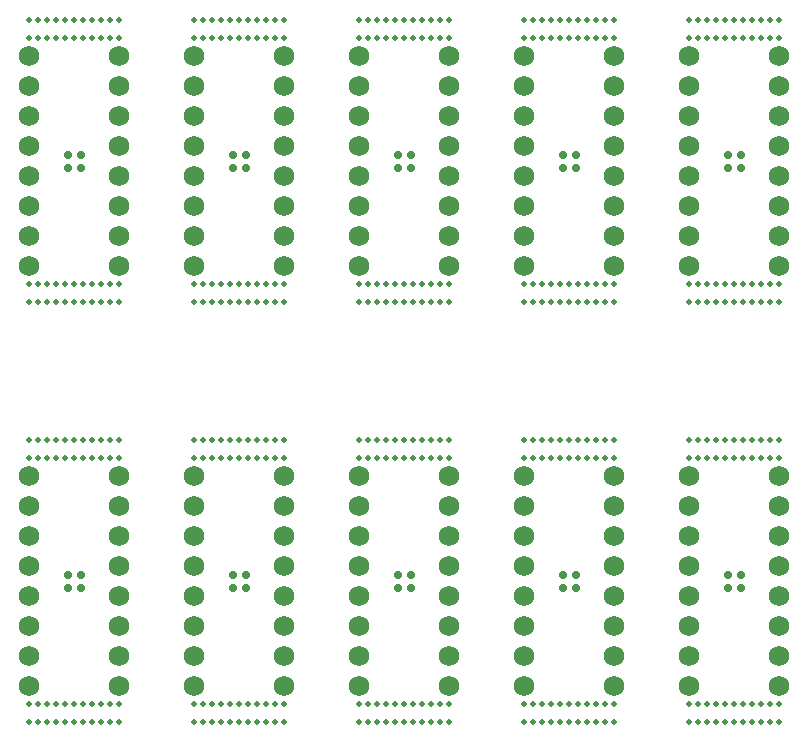
<source format=gbr>
%TF.GenerationSoftware,Altium Limited,Altium Designer,21.6.4 (81)*%
G04 Layer_Color=16711935*
%FSLAX26Y26*%
%MOIN*%
%TF.SameCoordinates,5FA90F47-3B47-4036-B415-51D33840892C*%
%TF.FilePolarity,Negative*%
%TF.FileFunction,Soldermask,Bot*%
%TF.Part,CustomerPanel*%
G01*
G75*
%TA.AperFunction,ViaPad*%
%ADD14C,0.019685*%
%ADD17C,0.068000*%
%ADD18C,0.027685*%
D14*
X1200000Y1055000D02*
D03*
X1230000D02*
D03*
X1260000D02*
D03*
X1290000D02*
D03*
X1320000D02*
D03*
X1350000D02*
D03*
X1380000D02*
D03*
X1410000D02*
D03*
X1440000D02*
D03*
X1470000D02*
D03*
X1500000D02*
D03*
Y1115000D02*
D03*
X1470000D02*
D03*
X1440000D02*
D03*
X1410000D02*
D03*
X1380000D02*
D03*
X1350000D02*
D03*
X1320000D02*
D03*
X1290000D02*
D03*
X1260000D02*
D03*
X1230000D02*
D03*
X1200000D02*
D03*
X1750000Y1055000D02*
D03*
X1780000D02*
D03*
X1810000D02*
D03*
X1840000D02*
D03*
X1870000D02*
D03*
X1900000D02*
D03*
X1930000D02*
D03*
X1960000D02*
D03*
X1990000D02*
D03*
X2020000D02*
D03*
X2050000D02*
D03*
Y1115000D02*
D03*
X2020000D02*
D03*
X1990000D02*
D03*
X1960000D02*
D03*
X1930000D02*
D03*
X1900000D02*
D03*
X1870000D02*
D03*
X1840000D02*
D03*
X1810000D02*
D03*
X1780000D02*
D03*
X1750000D02*
D03*
X2300000Y1055000D02*
D03*
X2330000D02*
D03*
X2360000D02*
D03*
X2390000D02*
D03*
X2420000D02*
D03*
X2450000D02*
D03*
X2480000D02*
D03*
X2510000D02*
D03*
X2540000D02*
D03*
X2570000D02*
D03*
X2600000D02*
D03*
Y1115000D02*
D03*
X2570000D02*
D03*
X2540000D02*
D03*
X2510000D02*
D03*
X2480000D02*
D03*
X2450000D02*
D03*
X2420000D02*
D03*
X2390000D02*
D03*
X2360000D02*
D03*
X2330000D02*
D03*
X2300000D02*
D03*
X2850000Y1055000D02*
D03*
X2880000D02*
D03*
X2910000D02*
D03*
X2940000D02*
D03*
X2970000D02*
D03*
X3000000D02*
D03*
X3030000D02*
D03*
X3060000D02*
D03*
X3090000D02*
D03*
X3120000D02*
D03*
X3150000D02*
D03*
Y1115000D02*
D03*
X3120000D02*
D03*
X3090000D02*
D03*
X3060000D02*
D03*
X3030000D02*
D03*
X3000000D02*
D03*
X2970000D02*
D03*
X2940000D02*
D03*
X2910000D02*
D03*
X2880000D02*
D03*
X2850000D02*
D03*
X3400000Y1055000D02*
D03*
X3430000D02*
D03*
X3460000D02*
D03*
X3490000D02*
D03*
X3520000D02*
D03*
X3550000D02*
D03*
X3580000D02*
D03*
X3610000D02*
D03*
X3640000D02*
D03*
X3670000D02*
D03*
X3700000D02*
D03*
Y1115000D02*
D03*
X3670000D02*
D03*
X3640000D02*
D03*
X3610000D02*
D03*
X3580000D02*
D03*
X3550000D02*
D03*
X3520000D02*
D03*
X3490000D02*
D03*
X3460000D02*
D03*
X3430000D02*
D03*
X3400000D02*
D03*
X3700000Y1935000D02*
D03*
Y1995000D02*
D03*
X3670000D02*
D03*
X3640000D02*
D03*
X3610000D02*
D03*
Y1935000D02*
D03*
X3640000D02*
D03*
X3670000D02*
D03*
X3580000D02*
D03*
X3550000D02*
D03*
X3520000D02*
D03*
Y1995000D02*
D03*
X3550000D02*
D03*
X3580000D02*
D03*
X3490000D02*
D03*
X3460000D02*
D03*
X3430000D02*
D03*
X3400000D02*
D03*
Y1935000D02*
D03*
X3430000D02*
D03*
X3460000D02*
D03*
X3490000D02*
D03*
X3150000D02*
D03*
X3120000D02*
D03*
Y1995000D02*
D03*
X3150000D02*
D03*
X3090000D02*
D03*
X3060000D02*
D03*
X3030000D02*
D03*
X3000000D02*
D03*
Y1935000D02*
D03*
X3030000D02*
D03*
X3060000D02*
D03*
X3090000D02*
D03*
X2970000D02*
D03*
X2940000D02*
D03*
X2910000D02*
D03*
Y1995000D02*
D03*
X2940000D02*
D03*
X2970000D02*
D03*
X2880000D02*
D03*
X2850000D02*
D03*
Y1935000D02*
D03*
X2880000D02*
D03*
X2600000D02*
D03*
Y1995000D02*
D03*
X2570000D02*
D03*
X2540000D02*
D03*
X2510000D02*
D03*
Y1935000D02*
D03*
X2540000D02*
D03*
X2570000D02*
D03*
X2480000D02*
D03*
X2450000D02*
D03*
X2420000D02*
D03*
Y1995000D02*
D03*
X2450000D02*
D03*
X2480000D02*
D03*
X2390000D02*
D03*
X2360000D02*
D03*
X2330000D02*
D03*
X2300000D02*
D03*
Y1935000D02*
D03*
X2330000D02*
D03*
X2360000D02*
D03*
X2390000D02*
D03*
X2050000D02*
D03*
X2020000D02*
D03*
Y1995000D02*
D03*
X2050000D02*
D03*
X1990000D02*
D03*
X1960000D02*
D03*
X1930000D02*
D03*
X1900000D02*
D03*
Y1935000D02*
D03*
X1930000D02*
D03*
X1960000D02*
D03*
X1990000D02*
D03*
X1870000D02*
D03*
X1840000D02*
D03*
X1810000D02*
D03*
Y1995000D02*
D03*
X1840000D02*
D03*
X1870000D02*
D03*
X1780000D02*
D03*
X1750000D02*
D03*
Y1935000D02*
D03*
X1780000D02*
D03*
X1500000D02*
D03*
Y1995000D02*
D03*
X1470000D02*
D03*
X1440000D02*
D03*
X1410000D02*
D03*
Y1935000D02*
D03*
X1440000D02*
D03*
X1470000D02*
D03*
X1380000D02*
D03*
X1350000D02*
D03*
X1320000D02*
D03*
Y1995000D02*
D03*
X1350000D02*
D03*
X1380000D02*
D03*
X1290000D02*
D03*
X1260000D02*
D03*
X1230000D02*
D03*
X1200000D02*
D03*
Y1935000D02*
D03*
X1230000D02*
D03*
X1260000D02*
D03*
X1290000D02*
D03*
X1750000Y2455000D02*
D03*
X1780000D02*
D03*
X1810000D02*
D03*
X1840000D02*
D03*
X1870000D02*
D03*
X1900000D02*
D03*
X1930000D02*
D03*
X1960000D02*
D03*
X1990000D02*
D03*
X2020000D02*
D03*
X2050000D02*
D03*
Y2515000D02*
D03*
X2020000D02*
D03*
X1990000D02*
D03*
X1960000D02*
D03*
X1930000D02*
D03*
X1900000D02*
D03*
X1870000D02*
D03*
X1840000D02*
D03*
X1810000D02*
D03*
X1780000D02*
D03*
X1750000D02*
D03*
X1500000D02*
D03*
Y2455000D02*
D03*
X1470000Y2515000D02*
D03*
X1440000D02*
D03*
X1410000D02*
D03*
Y2455000D02*
D03*
X1440000D02*
D03*
X1470000D02*
D03*
X1380000Y2515000D02*
D03*
X1350000D02*
D03*
X1320000D02*
D03*
Y2455000D02*
D03*
X1350000D02*
D03*
X1380000D02*
D03*
X1290000Y2515000D02*
D03*
X1260000D02*
D03*
X1230000D02*
D03*
X1200000D02*
D03*
Y2455000D02*
D03*
X1230000D02*
D03*
X1260000D02*
D03*
X1290000D02*
D03*
X2020000Y3335000D02*
D03*
X2050000D02*
D03*
Y3395000D02*
D03*
X2020000D02*
D03*
X1990000D02*
D03*
X1960000D02*
D03*
X1930000D02*
D03*
X1900000D02*
D03*
Y3335000D02*
D03*
X1930000D02*
D03*
X1960000D02*
D03*
X1990000D02*
D03*
X1870000D02*
D03*
X1840000D02*
D03*
X1810000D02*
D03*
Y3395000D02*
D03*
X1840000D02*
D03*
X1870000D02*
D03*
X1780000D02*
D03*
X1750000D02*
D03*
Y3335000D02*
D03*
X1780000D02*
D03*
X1500000D02*
D03*
Y3395000D02*
D03*
X1470000D02*
D03*
X1440000D02*
D03*
X1410000D02*
D03*
Y3335000D02*
D03*
X1440000D02*
D03*
X1470000D02*
D03*
X1380000D02*
D03*
X1350000D02*
D03*
X1320000D02*
D03*
Y3395000D02*
D03*
X1350000D02*
D03*
X1380000D02*
D03*
X1290000D02*
D03*
X1260000D02*
D03*
X1230000D02*
D03*
X1200000D02*
D03*
Y3335000D02*
D03*
X1230000D02*
D03*
X1260000D02*
D03*
X1290000D02*
D03*
X2300000Y2455000D02*
D03*
X2330000D02*
D03*
X2360000D02*
D03*
X2390000D02*
D03*
X2420000D02*
D03*
X2450000D02*
D03*
X2480000D02*
D03*
X2510000D02*
D03*
X2540000D02*
D03*
X2570000D02*
D03*
X2600000D02*
D03*
Y2515000D02*
D03*
X2570000D02*
D03*
X2540000D02*
D03*
X2510000D02*
D03*
X2480000D02*
D03*
X2450000D02*
D03*
X2420000D02*
D03*
X2390000D02*
D03*
X2360000D02*
D03*
X2330000D02*
D03*
X2300000D02*
D03*
X2850000Y2455000D02*
D03*
X2880000D02*
D03*
X2910000D02*
D03*
X2940000D02*
D03*
X2970000D02*
D03*
X3000000D02*
D03*
X3030000D02*
D03*
X3060000D02*
D03*
X3090000D02*
D03*
X3120000D02*
D03*
X3150000D02*
D03*
Y2515000D02*
D03*
X3120000D02*
D03*
X3090000D02*
D03*
X3060000D02*
D03*
X3030000D02*
D03*
X3000000D02*
D03*
X2970000D02*
D03*
X2940000D02*
D03*
X2910000D02*
D03*
X2880000D02*
D03*
X2850000D02*
D03*
X3400000Y2455000D02*
D03*
X3430000D02*
D03*
X3460000D02*
D03*
X3490000D02*
D03*
X3520000D02*
D03*
X3550000D02*
D03*
X3580000D02*
D03*
X3610000D02*
D03*
X3640000D02*
D03*
X3670000D02*
D03*
X3700000D02*
D03*
Y2515000D02*
D03*
X3670000D02*
D03*
X3640000D02*
D03*
X3610000D02*
D03*
X3580000D02*
D03*
X3550000D02*
D03*
X3520000D02*
D03*
X3490000D02*
D03*
X3460000D02*
D03*
X3430000D02*
D03*
X3400000D02*
D03*
X3700000Y3335000D02*
D03*
Y3395000D02*
D03*
X3670000D02*
D03*
X3640000D02*
D03*
X3610000D02*
D03*
Y3335000D02*
D03*
X3640000D02*
D03*
X3670000D02*
D03*
X3580000D02*
D03*
X3550000D02*
D03*
X3520000D02*
D03*
Y3395000D02*
D03*
X3550000D02*
D03*
X3580000D02*
D03*
X3490000D02*
D03*
X3460000D02*
D03*
X3430000D02*
D03*
X3400000D02*
D03*
Y3335000D02*
D03*
X3430000D02*
D03*
X3460000D02*
D03*
X3490000D02*
D03*
X3150000D02*
D03*
X3120000D02*
D03*
Y3395000D02*
D03*
X3150000D02*
D03*
X3090000D02*
D03*
X3060000D02*
D03*
X3030000D02*
D03*
X3000000D02*
D03*
Y3335000D02*
D03*
X3030000D02*
D03*
X3060000D02*
D03*
X3090000D02*
D03*
X2970000D02*
D03*
X2940000D02*
D03*
X2910000D02*
D03*
Y3395000D02*
D03*
X2940000D02*
D03*
X2970000D02*
D03*
X2880000D02*
D03*
X2850000D02*
D03*
Y3335000D02*
D03*
X2880000D02*
D03*
X2600000D02*
D03*
Y3395000D02*
D03*
X2570000D02*
D03*
X2540000D02*
D03*
X2510000D02*
D03*
Y3335000D02*
D03*
X2540000D02*
D03*
X2570000D02*
D03*
X2480000D02*
D03*
X2450000D02*
D03*
X2420000D02*
D03*
Y3395000D02*
D03*
X2450000D02*
D03*
X2480000D02*
D03*
X2390000D02*
D03*
X2360000D02*
D03*
X2330000D02*
D03*
X2300000D02*
D03*
Y3335000D02*
D03*
X2330000D02*
D03*
X2360000D02*
D03*
X2390000D02*
D03*
D17*
X1200000Y1175000D02*
D03*
Y1275000D02*
D03*
Y1375000D02*
D03*
Y1475000D02*
D03*
Y1575000D02*
D03*
Y1675000D02*
D03*
Y1775000D02*
D03*
Y1875000D02*
D03*
X1500000Y1575000D02*
D03*
Y1475000D02*
D03*
Y1375000D02*
D03*
Y1275000D02*
D03*
Y1175000D02*
D03*
X1750000D02*
D03*
Y1275000D02*
D03*
Y1375000D02*
D03*
Y1475000D02*
D03*
Y1575000D02*
D03*
Y1675000D02*
D03*
Y1775000D02*
D03*
Y1875000D02*
D03*
X1500000D02*
D03*
Y1775000D02*
D03*
Y1675000D02*
D03*
X2050000Y1175000D02*
D03*
Y1275000D02*
D03*
Y1375000D02*
D03*
Y1475000D02*
D03*
Y1575000D02*
D03*
Y1675000D02*
D03*
Y1775000D02*
D03*
Y1875000D02*
D03*
X2300000Y1575000D02*
D03*
Y1475000D02*
D03*
Y1375000D02*
D03*
Y1275000D02*
D03*
Y1175000D02*
D03*
X2600000D02*
D03*
Y1275000D02*
D03*
Y1375000D02*
D03*
Y1475000D02*
D03*
Y1575000D02*
D03*
Y1675000D02*
D03*
Y1775000D02*
D03*
Y1875000D02*
D03*
X2850000Y1675000D02*
D03*
Y1575000D02*
D03*
Y1475000D02*
D03*
Y1375000D02*
D03*
Y1275000D02*
D03*
Y1175000D02*
D03*
X3150000D02*
D03*
Y1275000D02*
D03*
Y1375000D02*
D03*
Y1475000D02*
D03*
Y1575000D02*
D03*
Y1675000D02*
D03*
Y1775000D02*
D03*
Y1875000D02*
D03*
X3400000Y1575000D02*
D03*
Y1475000D02*
D03*
Y1375000D02*
D03*
Y1275000D02*
D03*
Y1175000D02*
D03*
X3700000D02*
D03*
Y1275000D02*
D03*
Y1375000D02*
D03*
Y1475000D02*
D03*
Y1575000D02*
D03*
Y1675000D02*
D03*
Y1775000D02*
D03*
Y1875000D02*
D03*
X3400000D02*
D03*
Y1775000D02*
D03*
Y1675000D02*
D03*
X2850000Y1875000D02*
D03*
Y1775000D02*
D03*
X2300000Y1875000D02*
D03*
Y1775000D02*
D03*
Y1675000D02*
D03*
X3150000Y2575000D02*
D03*
Y2675000D02*
D03*
Y2775000D02*
D03*
Y2875000D02*
D03*
Y2975000D02*
D03*
Y3075000D02*
D03*
Y3175000D02*
D03*
Y3275000D02*
D03*
X3400000Y2975000D02*
D03*
Y2875000D02*
D03*
Y2775000D02*
D03*
Y2675000D02*
D03*
Y2575000D02*
D03*
X3700000D02*
D03*
Y2675000D02*
D03*
Y2775000D02*
D03*
Y2875000D02*
D03*
Y2975000D02*
D03*
Y3075000D02*
D03*
Y3175000D02*
D03*
Y3275000D02*
D03*
X3400000D02*
D03*
Y3175000D02*
D03*
Y3075000D02*
D03*
X2850000Y3275000D02*
D03*
Y3175000D02*
D03*
Y3075000D02*
D03*
Y2975000D02*
D03*
Y2875000D02*
D03*
Y2775000D02*
D03*
Y2675000D02*
D03*
Y2575000D02*
D03*
X2600000Y2775000D02*
D03*
Y2675000D02*
D03*
Y2575000D02*
D03*
Y2875000D02*
D03*
Y2975000D02*
D03*
Y3075000D02*
D03*
Y3175000D02*
D03*
Y3275000D02*
D03*
X2300000D02*
D03*
Y3175000D02*
D03*
Y3075000D02*
D03*
Y2975000D02*
D03*
Y2875000D02*
D03*
Y2775000D02*
D03*
Y2675000D02*
D03*
Y2575000D02*
D03*
X2050000Y2875000D02*
D03*
Y2775000D02*
D03*
Y2675000D02*
D03*
Y2575000D02*
D03*
X1750000Y2875000D02*
D03*
Y2775000D02*
D03*
Y2675000D02*
D03*
Y2575000D02*
D03*
X1500000Y2775000D02*
D03*
Y2675000D02*
D03*
Y2575000D02*
D03*
Y2875000D02*
D03*
Y2975000D02*
D03*
Y3075000D02*
D03*
Y3175000D02*
D03*
Y3275000D02*
D03*
X1750000Y3075000D02*
D03*
Y2975000D02*
D03*
Y3175000D02*
D03*
Y3275000D02*
D03*
X2050000Y2975000D02*
D03*
Y3075000D02*
D03*
Y3175000D02*
D03*
Y3275000D02*
D03*
X1200000D02*
D03*
Y3175000D02*
D03*
Y3075000D02*
D03*
Y2975000D02*
D03*
Y2875000D02*
D03*
Y2775000D02*
D03*
Y2675000D02*
D03*
Y2575000D02*
D03*
D18*
X1327730Y1502730D02*
D03*
X1372272D02*
D03*
Y1547272D02*
D03*
X1327730D02*
D03*
X1877730D02*
D03*
Y1502730D02*
D03*
X1922272D02*
D03*
Y1547272D02*
D03*
X2427730D02*
D03*
X2472272D02*
D03*
Y1502730D02*
D03*
X2427730D02*
D03*
X2977730D02*
D03*
Y1547272D02*
D03*
X3022272D02*
D03*
Y1502730D02*
D03*
X3527730D02*
D03*
X3572272D02*
D03*
Y1547272D02*
D03*
X3527730D02*
D03*
Y2902730D02*
D03*
X3572272D02*
D03*
Y2947272D02*
D03*
X3527730D02*
D03*
X3022272D02*
D03*
Y2902730D02*
D03*
X2977730D02*
D03*
Y2947272D02*
D03*
X2472272D02*
D03*
Y2902730D02*
D03*
X2427730D02*
D03*
Y2947272D02*
D03*
X1922272D02*
D03*
Y2902730D02*
D03*
X1877730D02*
D03*
Y2947272D02*
D03*
X1372272D02*
D03*
Y2902730D02*
D03*
X1327730D02*
D03*
Y2947272D02*
D03*
%TF.MD5,891ab29849ae4cbe7a5e8affcfe9d6f7*%
M02*

</source>
